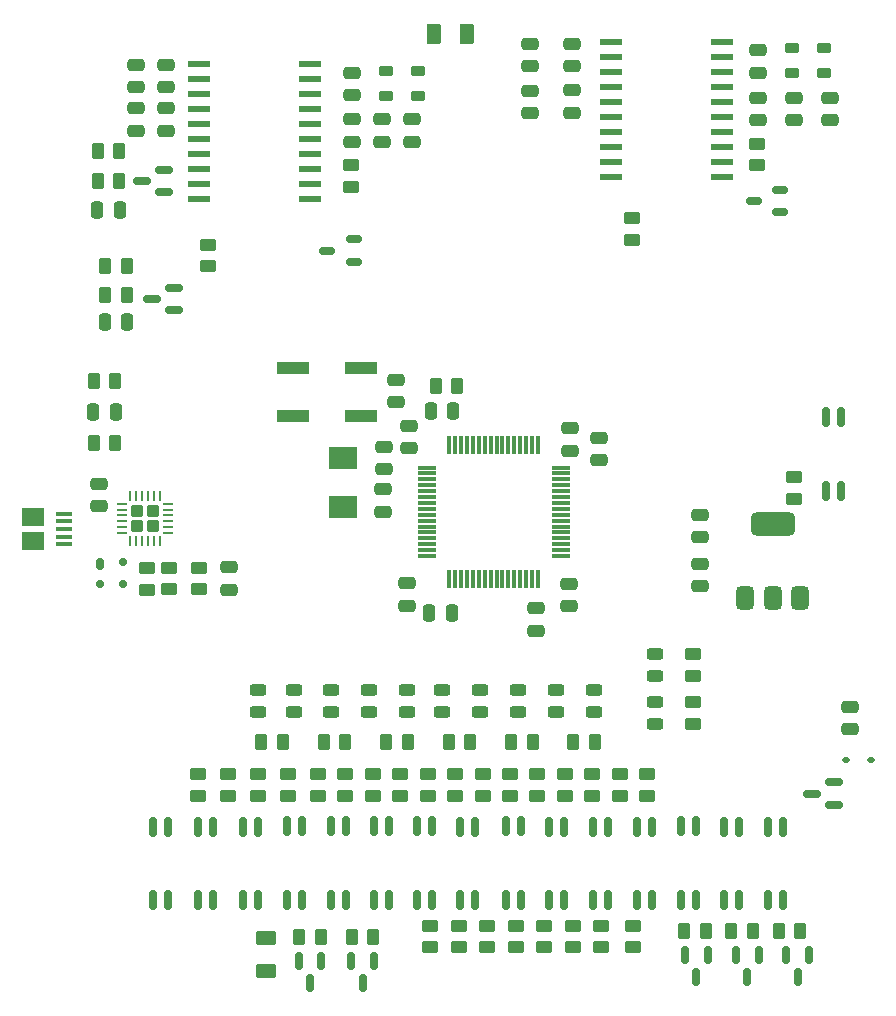
<source format=gtp>
G04 #@! TF.GenerationSoftware,KiCad,Pcbnew,8.0.7*
G04 #@! TF.CreationDate,2025-01-18T17:23:32-06:00*
G04 #@! TF.ProjectId,Controls-Leader,436f6e74-726f-46c7-932d-4c6561646572,rev?*
G04 #@! TF.SameCoordinates,Original*
G04 #@! TF.FileFunction,Paste,Top*
G04 #@! TF.FilePolarity,Positive*
%FSLAX46Y46*%
G04 Gerber Fmt 4.6, Leading zero omitted, Abs format (unit mm)*
G04 Created by KiCad (PCBNEW 8.0.7) date 2025-01-18 17:23:32*
%MOMM*%
%LPD*%
G01*
G04 APERTURE LIST*
G04 Aperture macros list*
%AMRoundRect*
0 Rectangle with rounded corners*
0 $1 Rounding radius*
0 $2 $3 $4 $5 $6 $7 $8 $9 X,Y pos of 4 corners*
0 Add a 4 corners polygon primitive as box body*
4,1,4,$2,$3,$4,$5,$6,$7,$8,$9,$2,$3,0*
0 Add four circle primitives for the rounded corners*
1,1,$1+$1,$2,$3*
1,1,$1+$1,$4,$5*
1,1,$1+$1,$6,$7*
1,1,$1+$1,$8,$9*
0 Add four rect primitives between the rounded corners*
20,1,$1+$1,$2,$3,$4,$5,0*
20,1,$1+$1,$4,$5,$6,$7,0*
20,1,$1+$1,$6,$7,$8,$9,0*
20,1,$1+$1,$8,$9,$2,$3,0*%
G04 Aperture macros list end*
%ADD10RoundRect,0.243750X-0.456250X0.243750X-0.456250X-0.243750X0.456250X-0.243750X0.456250X0.243750X0*%
%ADD11RoundRect,0.250000X0.450000X-0.262500X0.450000X0.262500X-0.450000X0.262500X-0.450000X-0.262500X0*%
%ADD12RoundRect,0.250000X-0.475000X0.250000X-0.475000X-0.250000X0.475000X-0.250000X0.475000X0.250000X0*%
%ADD13RoundRect,0.150000X0.150000X-0.675000X0.150000X0.675000X-0.150000X0.675000X-0.150000X-0.675000X0*%
%ADD14RoundRect,0.250000X-0.262500X-0.450000X0.262500X-0.450000X0.262500X0.450000X-0.262500X0.450000X0*%
%ADD15RoundRect,0.250000X-0.450000X0.262500X-0.450000X-0.262500X0.450000X-0.262500X0.450000X0.262500X0*%
%ADD16RoundRect,0.250000X-0.250000X-0.475000X0.250000X-0.475000X0.250000X0.475000X-0.250000X0.475000X0*%
%ADD17RoundRect,0.150000X-0.150000X0.675000X-0.150000X-0.675000X0.150000X-0.675000X0.150000X0.675000X0*%
%ADD18RoundRect,0.150000X-0.150000X0.587500X-0.150000X-0.587500X0.150000X-0.587500X0.150000X0.587500X0*%
%ADD19RoundRect,0.218750X0.381250X-0.218750X0.381250X0.218750X-0.381250X0.218750X-0.381250X-0.218750X0*%
%ADD20RoundRect,0.250000X0.262500X0.450000X-0.262500X0.450000X-0.262500X-0.450000X0.262500X-0.450000X0*%
%ADD21RoundRect,0.250000X0.475000X-0.250000X0.475000X0.250000X-0.475000X0.250000X-0.475000X-0.250000X0*%
%ADD22R,2.750000X1.000000*%
%ADD23RoundRect,0.150000X0.587500X0.150000X-0.587500X0.150000X-0.587500X-0.150000X0.587500X-0.150000X0*%
%ADD24RoundRect,0.175000X-0.175000X-0.325000X0.175000X-0.325000X0.175000X0.325000X-0.175000X0.325000X0*%
%ADD25RoundRect,0.150000X-0.200000X-0.150000X0.200000X-0.150000X0.200000X0.150000X-0.200000X0.150000X0*%
%ADD26RoundRect,0.243750X0.456250X-0.243750X0.456250X0.243750X-0.456250X0.243750X-0.456250X-0.243750X0*%
%ADD27R,1.950000X0.600000*%
%ADD28RoundRect,0.375000X0.375000X-0.625000X0.375000X0.625000X-0.375000X0.625000X-0.375000X-0.625000X0*%
%ADD29RoundRect,0.500000X1.400000X-0.500000X1.400000X0.500000X-1.400000X0.500000X-1.400000X-0.500000X0*%
%ADD30RoundRect,0.250000X0.625000X-0.375000X0.625000X0.375000X-0.625000X0.375000X-0.625000X-0.375000X0*%
%ADD31RoundRect,0.250000X0.375000X0.625000X-0.375000X0.625000X-0.375000X-0.625000X0.375000X-0.625000X0*%
%ADD32RoundRect,0.150000X0.512500X0.150000X-0.512500X0.150000X-0.512500X-0.150000X0.512500X-0.150000X0*%
%ADD33RoundRect,0.250000X0.250000X0.475000X-0.250000X0.475000X-0.250000X-0.475000X0.250000X-0.475000X0*%
%ADD34R,1.350000X0.400000*%
%ADD35R,1.900000X1.500000*%
%ADD36R,2.400000X1.900000*%
%ADD37RoundRect,0.112500X-0.187500X-0.112500X0.187500X-0.112500X0.187500X0.112500X-0.187500X0.112500X0*%
%ADD38RoundRect,0.250000X-0.275000X-0.275000X0.275000X-0.275000X0.275000X0.275000X-0.275000X0.275000X0*%
%ADD39RoundRect,0.062500X-0.350000X-0.062500X0.350000X-0.062500X0.350000X0.062500X-0.350000X0.062500X0*%
%ADD40RoundRect,0.062500X-0.062500X-0.350000X0.062500X-0.350000X0.062500X0.350000X-0.062500X0.350000X0*%
%ADD41RoundRect,0.075000X-0.700000X-0.075000X0.700000X-0.075000X0.700000X0.075000X-0.700000X0.075000X0*%
%ADD42RoundRect,0.075000X-0.075000X-0.700000X0.075000X-0.700000X0.075000X0.700000X-0.075000X0.700000X0*%
G04 APERTURE END LIST*
D10*
G04 #@! TO.C,D18*
X137040000Y-116092500D03*
X137040000Y-117967500D03*
G04 #@! TD*
D11*
G04 #@! TO.C,R7*
X170815000Y-118982501D03*
X170815000Y-117157501D03*
G04 #@! TD*
G04 #@! TO.C,R50*
X155343444Y-125095000D03*
X155343444Y-123270000D03*
G04 #@! TD*
D12*
G04 #@! TO.C,C6*
X160300000Y-107150001D03*
X160300000Y-109049999D03*
G04 #@! TD*
D13*
G04 #@! TO.C,U10*
X182065000Y-99260000D03*
X183335000Y-99260000D03*
X183335000Y-93010000D03*
X182065000Y-93010000D03*
G04 #@! TD*
D14*
G04 #@! TO.C,R16*
X121087500Y-82637998D03*
X122912500Y-82637998D03*
G04 #@! TD*
D15*
G04 #@! TO.C,R5*
X165735000Y-136087500D03*
X165735000Y-137912500D03*
G04 #@! TD*
D16*
G04 #@! TO.C,C15*
X148650000Y-92500000D03*
X150550000Y-92500000D03*
G04 #@! TD*
D11*
G04 #@! TO.C,R39*
X153431975Y-137912500D03*
X153431975Y-136087500D03*
G04 #@! TD*
D15*
G04 #@! TO.C,R37*
X126490000Y-105785000D03*
X126490000Y-107610000D03*
G04 #@! TD*
D17*
G04 #@! TO.C,U5*
X137735000Y-127675000D03*
X136465000Y-127675000D03*
X136465000Y-133925000D03*
X137735000Y-133925000D03*
G04 #@! TD*
D13*
G04 #@! TO.C,U29*
X140215000Y-133925000D03*
X141485000Y-133925000D03*
X141485000Y-127675000D03*
X140215000Y-127675000D03*
G04 #@! TD*
D11*
G04 #@! TO.C,R31*
X131445000Y-125095000D03*
X131445000Y-123270000D03*
G04 #@! TD*
D12*
G04 #@! TO.C,C22*
X171437300Y-101290002D03*
X171437300Y-103190002D03*
G04 #@! TD*
D18*
G04 #@! TO.C,Q4*
X139380000Y-139062500D03*
X137480000Y-139062500D03*
X138430000Y-140937500D03*
G04 #@! TD*
D14*
G04 #@! TO.C,R30*
X160712500Y-120500000D03*
X162537500Y-120500000D03*
G04 #@! TD*
D11*
G04 #@! TO.C,R11*
X164645412Y-125095000D03*
X164645412Y-123270000D03*
G04 #@! TD*
D12*
G04 #@! TO.C,C9*
X162850000Y-94750000D03*
X162850000Y-96650000D03*
G04 #@! TD*
D11*
G04 #@! TO.C,R63*
X143715984Y-125095000D03*
X143715984Y-123270000D03*
G04 #@! TD*
D19*
G04 #@! TO.C,L8*
X181936000Y-63913000D03*
X181936000Y-61788000D03*
G04 #@! TD*
D14*
G04 #@! TO.C,R2*
X139582500Y-120500000D03*
X141407500Y-120500000D03*
G04 #@! TD*
D13*
G04 #@! TO.C,U23*
X154965000Y-133925000D03*
X156235000Y-133925000D03*
X156235000Y-127675000D03*
X154965000Y-127675000D03*
G04 #@! TD*
D20*
G04 #@! TO.C,R40*
X136125000Y-120500000D03*
X134300000Y-120500000D03*
G04 #@! TD*
D21*
G04 #@! TO.C,C24*
X123718000Y-65071999D03*
X123718000Y-63171999D03*
G04 #@! TD*
G04 #@! TO.C,C23*
X126258000Y-65071999D03*
X126258000Y-63171999D03*
G04 #@! TD*
G04 #@! TO.C,C11*
X160450000Y-95850000D03*
X160450000Y-93950000D03*
G04 #@! TD*
D17*
G04 #@! TO.C,U9*
X130175000Y-127685000D03*
X128905000Y-127685000D03*
X128905000Y-133935000D03*
X130175000Y-133935000D03*
G04 #@! TD*
D20*
G04 #@! TO.C,R9*
X151972500Y-120500000D03*
X150147500Y-120500000D03*
G04 #@! TD*
D21*
G04 #@! TO.C,C7*
X144662720Y-97409001D03*
X144662720Y-95509001D03*
G04 #@! TD*
D18*
G04 #@! TO.C,Q5*
X172080000Y-138562500D03*
X170180000Y-138562500D03*
X171130000Y-140437500D03*
G04 #@! TD*
D22*
G04 #@! TO.C,SW10*
X137000000Y-88899999D03*
X142750000Y-88899999D03*
X137000000Y-92899999D03*
X142750000Y-92899999D03*
G04 #@! TD*
D12*
G04 #@! TO.C,C36*
X157044000Y-65410000D03*
X157044000Y-67310000D03*
G04 #@! TD*
G04 #@! TO.C,C8*
X144590000Y-99130000D03*
X144590000Y-101030000D03*
G04 #@! TD*
D11*
G04 #@! TO.C,R1*
X133985000Y-125095000D03*
X133985000Y-123270000D03*
G04 #@! TD*
D20*
G04 #@! TO.C,R58*
X175912500Y-136500000D03*
X174087500Y-136500000D03*
G04 #@! TD*
D11*
G04 #@! TO.C,R60*
X155839650Y-137912500D03*
X155839650Y-136087500D03*
G04 #@! TD*
D21*
G04 #@! TO.C,C5*
X145700000Y-91750000D03*
X145700000Y-89850000D03*
G04 #@! TD*
D15*
G04 #@! TO.C,R10*
X163062675Y-136087500D03*
X163062675Y-137912500D03*
G04 #@! TD*
D23*
G04 #@! TO.C,D2*
X126037500Y-73975000D03*
X126037500Y-72075000D03*
X124162500Y-73025000D03*
G04 #@! TD*
D17*
G04 #@! TO.C,U25*
X178435000Y-127685000D03*
X177165000Y-127685000D03*
X177165000Y-133935000D03*
X178435000Y-133935000D03*
G04 #@! TD*
D11*
G04 #@! TO.C,R55*
X160655000Y-137912500D03*
X160655000Y-136087500D03*
G04 #@! TD*
D13*
G04 #@! TO.C,U24*
X158665000Y-133935000D03*
X159935000Y-133935000D03*
X159935000Y-127685000D03*
X158665000Y-127685000D03*
G04 #@! TD*
D12*
G04 #@! TO.C,C38*
X176348000Y-65984001D03*
X176348000Y-67884001D03*
G04 #@! TD*
D24*
G04 #@! TO.C,D15*
X120590000Y-105447500D03*
D25*
X120590000Y-107147500D03*
X122590000Y-107147500D03*
X122590000Y-105247500D03*
G04 #@! TD*
D11*
G04 #@! TO.C,R64*
X148590000Y-137912500D03*
X148590000Y-136087500D03*
G04 #@! TD*
D14*
G04 #@! TO.C,R26*
X120087500Y-95250000D03*
X121912500Y-95250000D03*
G04 #@! TD*
D26*
G04 #@! TO.C,D8*
X167640000Y-119007501D03*
X167640000Y-117132501D03*
G04 #@! TD*
D11*
G04 #@! TO.C,R29*
X170815000Y-114935000D03*
X170815000Y-113110000D03*
G04 #@! TD*
D12*
G04 #@! TO.C,C13*
X146600000Y-107070000D03*
X146600000Y-108970000D03*
G04 #@! TD*
G04 #@! TO.C,C27*
X142006000Y-63842500D03*
X142006000Y-65742500D03*
G04 #@! TD*
D19*
G04 #@! TO.C,L6*
X147594000Y-65805000D03*
X147594000Y-63680000D03*
G04 #@! TD*
D27*
G04 #@! TO.C,U14*
X129050000Y-63085000D03*
X129050000Y-64355000D03*
X129050000Y-65625000D03*
X129050000Y-66895000D03*
X129050000Y-68165000D03*
X129050000Y-69435000D03*
X129050000Y-70705000D03*
X129050000Y-71975000D03*
X129050000Y-73245000D03*
X129050000Y-74515000D03*
X138450000Y-74515000D03*
X138450000Y-73245000D03*
X138450000Y-71975000D03*
X138450000Y-70705000D03*
X138450000Y-69435000D03*
X138450000Y-68165000D03*
X138450000Y-66895000D03*
X138450000Y-65625000D03*
X138450000Y-64355000D03*
X138450000Y-63085000D03*
G04 #@! TD*
D28*
G04 #@! TO.C,U13*
X175282420Y-108361499D03*
X177582420Y-108361499D03*
D29*
X177582420Y-102061499D03*
D28*
X179882420Y-108361499D03*
G04 #@! TD*
D18*
G04 #@! TO.C,Q1*
X180655000Y-138562500D03*
X178755000Y-138562500D03*
X179705000Y-140437500D03*
G04 #@! TD*
D11*
G04 #@! TO.C,R24*
X128905000Y-125095000D03*
X128905000Y-123270000D03*
G04 #@! TD*
D30*
G04 #@! TO.C,F2*
X134650000Y-139899999D03*
X134650000Y-137100001D03*
G04 #@! TD*
D10*
G04 #@! TO.C,D7*
X140200000Y-116092500D03*
X140200000Y-117967500D03*
G04 #@! TD*
D26*
G04 #@! TO.C,D14*
X167640000Y-114960000D03*
X167640000Y-113085000D03*
G04 #@! TD*
D14*
G04 #@! TO.C,R13*
X121087500Y-80215999D03*
X122912500Y-80215999D03*
G04 #@! TD*
D12*
G04 #@! TO.C,C25*
X126258000Y-66860001D03*
X126258000Y-68760001D03*
G04 #@! TD*
D13*
G04 #@! TO.C,U2*
X147465000Y-133925000D03*
X148735000Y-133925000D03*
X148735000Y-127675000D03*
X147465000Y-127675000D03*
G04 #@! TD*
D16*
G04 #@! TO.C,C14*
X148500000Y-109600000D03*
X150400000Y-109600000D03*
G04 #@! TD*
D31*
G04 #@! TO.C,F1*
X151700000Y-60600000D03*
X148900000Y-60600000D03*
G04 #@! TD*
D13*
G04 #@! TO.C,U6*
X166065000Y-133935000D03*
X167335000Y-133935000D03*
X167335000Y-127685000D03*
X166065000Y-127685000D03*
G04 #@! TD*
D12*
G04 #@! TO.C,C39*
X179396000Y-65984001D03*
X179396000Y-67884001D03*
G04 #@! TD*
D19*
G04 #@! TO.C,L5*
X144844000Y-65805000D03*
X144844000Y-63680000D03*
G04 #@! TD*
D12*
G04 #@! TO.C,C29*
X144546000Y-67810000D03*
X144546000Y-69710000D03*
G04 #@! TD*
D19*
G04 #@! TO.C,L7*
X179186000Y-63913000D03*
X179186000Y-61788000D03*
G04 #@! TD*
D11*
G04 #@! TO.C,R32*
X179400000Y-99915000D03*
X179400000Y-98090000D03*
G04 #@! TD*
D18*
G04 #@! TO.C,Q6*
X143825000Y-139062500D03*
X141925000Y-139062500D03*
X142875000Y-140937500D03*
G04 #@! TD*
D11*
G04 #@! TO.C,R4*
X150692460Y-125095000D03*
X150692460Y-123270000D03*
G04 #@! TD*
D20*
G04 #@! TO.C,R27*
X121912500Y-90000000D03*
X120087500Y-90000000D03*
G04 #@! TD*
D32*
G04 #@! TO.C,U15*
X142127500Y-79870000D03*
X142127500Y-77970000D03*
X139852500Y-78920000D03*
G04 #@! TD*
D33*
G04 #@! TO.C,C16*
X122300000Y-75500000D03*
X120400000Y-75500000D03*
G04 #@! TD*
D21*
G04 #@! TO.C,C12*
X146800000Y-95650000D03*
X146800000Y-93750000D03*
G04 #@! TD*
D14*
G04 #@! TO.C,R15*
X120437500Y-70525000D03*
X122262500Y-70525000D03*
G04 #@! TD*
D20*
G04 #@! TO.C,R3*
X157255000Y-120500000D03*
X155430000Y-120500000D03*
G04 #@! TD*
D34*
G04 #@! TO.C,J23*
X117622500Y-101197500D03*
X117622500Y-101847500D03*
X117622500Y-102497500D03*
X117622500Y-103147500D03*
X117622500Y-103797500D03*
D35*
X114922500Y-101497500D03*
X114922500Y-103497500D03*
G04 #@! TD*
D36*
G04 #@! TO.C,Y1*
X141224000Y-100602000D03*
X141224000Y-96502000D03*
G04 #@! TD*
D37*
G04 #@! TO.C,D17*
X183825000Y-122025000D03*
X185925000Y-122025000D03*
G04 #@! TD*
D11*
G04 #@! TO.C,R25*
X136525000Y-125095000D03*
X136525000Y-123270000D03*
G04 #@! TD*
G04 #@! TO.C,R52*
X158247325Y-137912500D03*
X158247325Y-136087500D03*
G04 #@! TD*
D10*
G04 #@! TO.C,D12*
X159250000Y-116092500D03*
X159250000Y-117967500D03*
G04 #@! TD*
D27*
G04 #@! TO.C,U17*
X163900000Y-61280000D03*
X163900000Y-62550000D03*
X163900000Y-63820000D03*
X163900000Y-65090000D03*
X163900000Y-66360000D03*
X163900000Y-67630000D03*
X163900000Y-68900000D03*
X163900000Y-70170000D03*
X163900000Y-71440000D03*
X163900000Y-72710000D03*
X173300000Y-72710000D03*
X173300000Y-71440000D03*
X173300000Y-70170000D03*
X173300000Y-68900000D03*
X173300000Y-67630000D03*
X173300000Y-66360000D03*
X173300000Y-65090000D03*
X173300000Y-63820000D03*
X173300000Y-62550000D03*
X173300000Y-61280000D03*
G04 #@! TD*
D21*
G04 #@! TO.C,C21*
X171437300Y-107315001D03*
X171437300Y-105415001D03*
G04 #@! TD*
D10*
G04 #@! TO.C,D11*
X156000000Y-116092500D03*
X156000000Y-117967500D03*
G04 #@! TD*
G04 #@! TO.C,D16*
X146600000Y-116092498D03*
X146600000Y-117967500D03*
G04 #@! TD*
D17*
G04 #@! TO.C,U3*
X133985000Y-127685000D03*
X132715000Y-127685000D03*
X132715000Y-133935000D03*
X133985000Y-133935000D03*
G04 #@! TD*
D21*
G04 #@! TO.C,C42*
X131590000Y-107647500D03*
X131590000Y-105747500D03*
G04 #@! TD*
D11*
G04 #@! TO.C,R38*
X129040000Y-107610000D03*
X129040000Y-105785000D03*
G04 #@! TD*
D10*
G04 #@! TO.C,D4*
X134000000Y-116092498D03*
X134000000Y-117967500D03*
G04 #@! TD*
D21*
G04 #@! TO.C,C4*
X184150000Y-119435500D03*
X184150000Y-117535500D03*
G04 #@! TD*
D13*
G04 #@! TO.C,U27*
X151130000Y-133935000D03*
X152400000Y-133935000D03*
X152400000Y-127685000D03*
X151130000Y-127685000D03*
G04 #@! TD*
D16*
G04 #@! TO.C,C1*
X120050000Y-92558999D03*
X121950000Y-92558999D03*
G04 #@! TD*
D10*
G04 #@! TO.C,D9*
X143400000Y-116092498D03*
X143400000Y-117967500D03*
G04 #@! TD*
D11*
G04 #@! TO.C,R33*
X148366968Y-125095000D03*
X148366968Y-123270000D03*
G04 #@! TD*
D13*
G04 #@! TO.C,U28*
X143840000Y-133925000D03*
X145110000Y-133925000D03*
X145110000Y-127675000D03*
X143840000Y-127675000D03*
G04 #@! TD*
D11*
G04 #@! TO.C,R35*
X165700000Y-78012500D03*
X165700000Y-76187500D03*
G04 #@! TD*
G04 #@! TO.C,R36*
X124590000Y-107622500D03*
X124590000Y-105797500D03*
G04 #@! TD*
G04 #@! TO.C,R34*
X176300000Y-71712500D03*
X176300000Y-69887500D03*
G04 #@! TD*
D12*
G04 #@! TO.C,C35*
X160600000Y-65343999D03*
X160600000Y-67243999D03*
G04 #@! TD*
D14*
G04 #@! TO.C,R28*
X144865000Y-120500000D03*
X146690000Y-120500000D03*
G04 #@! TD*
D12*
G04 #@! TO.C,C30*
X147086000Y-67810000D03*
X147086000Y-69710000D03*
G04 #@! TD*
D20*
G04 #@! TO.C,R18*
X150876000Y-90424000D03*
X149051000Y-90424000D03*
G04 #@! TD*
D21*
G04 #@! TO.C,C41*
X120580000Y-100579998D03*
X120580000Y-98680000D03*
G04 #@! TD*
D10*
G04 #@! TO.C,D10*
X152800000Y-116092498D03*
X152800000Y-117967500D03*
G04 #@! TD*
D38*
G04 #@! TO.C,U19*
X123802500Y-100947500D03*
X123802500Y-102247500D03*
X125102500Y-100947500D03*
X125102500Y-102247500D03*
D39*
X122515000Y-100347500D03*
X122515000Y-100847500D03*
X122515000Y-101347500D03*
X122515000Y-101847500D03*
X122515000Y-102347500D03*
X122515000Y-102847500D03*
D40*
X123202500Y-103535000D03*
X123702500Y-103535000D03*
X124202500Y-103535000D03*
X124702500Y-103535000D03*
X125202500Y-103535000D03*
X125702500Y-103535000D03*
D39*
X126390000Y-102847500D03*
X126390000Y-102347500D03*
X126390000Y-101847500D03*
X126390000Y-101347500D03*
X126390000Y-100847500D03*
X126390000Y-100347500D03*
D40*
X125702500Y-99660000D03*
X125202500Y-99660000D03*
X124702500Y-99660000D03*
X124202500Y-99660000D03*
X123702500Y-99660000D03*
X123202500Y-99660000D03*
G04 #@! TD*
D12*
G04 #@! TO.C,C40*
X182444000Y-65984001D03*
X182444000Y-67884001D03*
G04 #@! TD*
D10*
G04 #@! TO.C,D13*
X149600000Y-116092498D03*
X149600000Y-117967500D03*
G04 #@! TD*
D20*
G04 #@! TO.C,R56*
X179912500Y-136500000D03*
X178087500Y-136500000D03*
G04 #@! TD*
D17*
G04 #@! TO.C,U26*
X174760000Y-127685000D03*
X173490000Y-127685000D03*
X173490000Y-133935000D03*
X174760000Y-133935000D03*
G04 #@! TD*
D11*
G04 #@! TO.C,R8*
X157668936Y-125095000D03*
X157668936Y-123270000D03*
G04 #@! TD*
D21*
G04 #@! TO.C,C10*
X157550000Y-111099998D03*
X157550000Y-109200000D03*
G04 #@! TD*
D15*
G04 #@! TO.C,R17*
X141900000Y-71687500D03*
X141900000Y-73512500D03*
G04 #@! TD*
D20*
G04 #@! TO.C,R41*
X139342500Y-137000000D03*
X137517500Y-137000000D03*
G04 #@! TD*
D11*
G04 #@! TO.C,R59*
X153017952Y-125095000D03*
X153017952Y-123270000D03*
G04 #@! TD*
D12*
G04 #@! TO.C,C28*
X142006000Y-67810000D03*
X142006000Y-69710000D03*
G04 #@! TD*
D20*
G04 #@! TO.C,R14*
X122262500Y-73024999D03*
X120437500Y-73024999D03*
G04 #@! TD*
D33*
G04 #@! TO.C,C17*
X122950000Y-85000000D03*
X121050000Y-85000000D03*
G04 #@! TD*
D15*
G04 #@! TO.C,R19*
X166970905Y-123270000D03*
X166970905Y-125095000D03*
G04 #@! TD*
D11*
G04 #@! TO.C,R62*
X151024300Y-137912500D03*
X151024300Y-136087500D03*
G04 #@! TD*
G04 #@! TO.C,R12*
X162319920Y-125095000D03*
X162319920Y-123270000D03*
G04 #@! TD*
D17*
G04 #@! TO.C,U8*
X126365000Y-127685000D03*
X125095000Y-127685000D03*
X125095000Y-133935000D03*
X126365000Y-133935000D03*
G04 #@! TD*
D20*
G04 #@! TO.C,R20*
X171912500Y-136500000D03*
X170087500Y-136500000D03*
G04 #@! TD*
D10*
G04 #@! TO.C,D1*
X162490000Y-116092498D03*
X162490000Y-117967500D03*
G04 #@! TD*
D11*
G04 #@! TO.C,R61*
X146041476Y-125095000D03*
X146041476Y-123270000D03*
G04 #@! TD*
D15*
G04 #@! TO.C,R6*
X139065000Y-123270000D03*
X139065000Y-125095000D03*
G04 #@! TD*
D12*
G04 #@! TO.C,C37*
X176348000Y-61950500D03*
X176348000Y-63850500D03*
G04 #@! TD*
D18*
G04 #@! TO.C,Q3*
X176400001Y-138562500D03*
X174500001Y-138562500D03*
X175450001Y-140437500D03*
G04 #@! TD*
D13*
G04 #@! TO.C,U1*
X162365000Y-133935000D03*
X163635000Y-133935000D03*
X163635000Y-127685000D03*
X162365000Y-127685000D03*
G04 #@! TD*
D41*
G04 #@! TO.C,U7*
X148285000Y-97285000D03*
X148285000Y-97785000D03*
X148285000Y-98285000D03*
X148285000Y-98785000D03*
X148285000Y-99285000D03*
X148285000Y-99785000D03*
X148285000Y-100285000D03*
X148285000Y-100785000D03*
X148285000Y-101285000D03*
X148285000Y-101785000D03*
X148285000Y-102285000D03*
X148285000Y-102785000D03*
X148285000Y-103285000D03*
X148285000Y-103785000D03*
X148285000Y-104285000D03*
X148285000Y-104785000D03*
D42*
X150210000Y-106710000D03*
X150710000Y-106710000D03*
X151210000Y-106710000D03*
X151710000Y-106710000D03*
X152210000Y-106710000D03*
X152710000Y-106710000D03*
X153210000Y-106710000D03*
X153710000Y-106710000D03*
X154210000Y-106710000D03*
X154710000Y-106710000D03*
X155210000Y-106710000D03*
X155710000Y-106710000D03*
X156210000Y-106710000D03*
X156710000Y-106710000D03*
X157210000Y-106710000D03*
X157710000Y-106710000D03*
D41*
X159635000Y-104785000D03*
X159635000Y-104285000D03*
X159635000Y-103785000D03*
X159635000Y-103285000D03*
X159635000Y-102785000D03*
X159635000Y-102285000D03*
X159635000Y-101785000D03*
X159635000Y-101285000D03*
X159635000Y-100785000D03*
X159635000Y-100285000D03*
X159635000Y-99785000D03*
X159635000Y-99285000D03*
X159635000Y-98785000D03*
X159635000Y-98285000D03*
X159635000Y-97785000D03*
X159635000Y-97285000D03*
D42*
X157710000Y-95360000D03*
X157210000Y-95360000D03*
X156710000Y-95360000D03*
X156210000Y-95360000D03*
X155710000Y-95360000D03*
X155210000Y-95360000D03*
X154710000Y-95360000D03*
X154210000Y-95360000D03*
X153710000Y-95360000D03*
X153210000Y-95360000D03*
X152710000Y-95360000D03*
X152210000Y-95360000D03*
X151710000Y-95360000D03*
X151210000Y-95360000D03*
X150710000Y-95360000D03*
X150210000Y-95360000D03*
G04 #@! TD*
D17*
G04 #@! TO.C,U4*
X171060000Y-127675000D03*
X169790000Y-127675000D03*
X169790000Y-133925000D03*
X171060000Y-133925000D03*
G04 #@! TD*
D23*
G04 #@! TO.C,D3*
X126937500Y-83950000D03*
X126937500Y-82050000D03*
X125062500Y-83000000D03*
G04 #@! TD*
D11*
G04 #@! TO.C,R21*
X129814000Y-80237000D03*
X129814000Y-78412000D03*
G04 #@! TD*
D21*
G04 #@! TO.C,C33*
X160600000Y-63312001D03*
X160600000Y-61412001D03*
G04 #@! TD*
D15*
G04 #@! TO.C,R22*
X141390492Y-123270000D03*
X141390492Y-125095000D03*
G04 #@! TD*
D21*
G04 #@! TO.C,C34*
X157044000Y-63312001D03*
X157044000Y-61412001D03*
G04 #@! TD*
D23*
G04 #@! TO.C,Q2*
X182775000Y-125850000D03*
X182775000Y-123950000D03*
X180900000Y-124900000D03*
G04 #@! TD*
D32*
G04 #@! TO.C,U18*
X178237500Y-75650000D03*
X178237500Y-73750000D03*
X175962500Y-74700000D03*
G04 #@! TD*
D20*
G04 #@! TO.C,R23*
X143787500Y-137000000D03*
X141962500Y-137000000D03*
G04 #@! TD*
D11*
G04 #@! TO.C,R53*
X159994428Y-125095000D03*
X159994428Y-123270000D03*
G04 #@! TD*
D12*
G04 #@! TO.C,C26*
X123718000Y-66860001D03*
X123718000Y-68760001D03*
G04 #@! TD*
M02*

</source>
